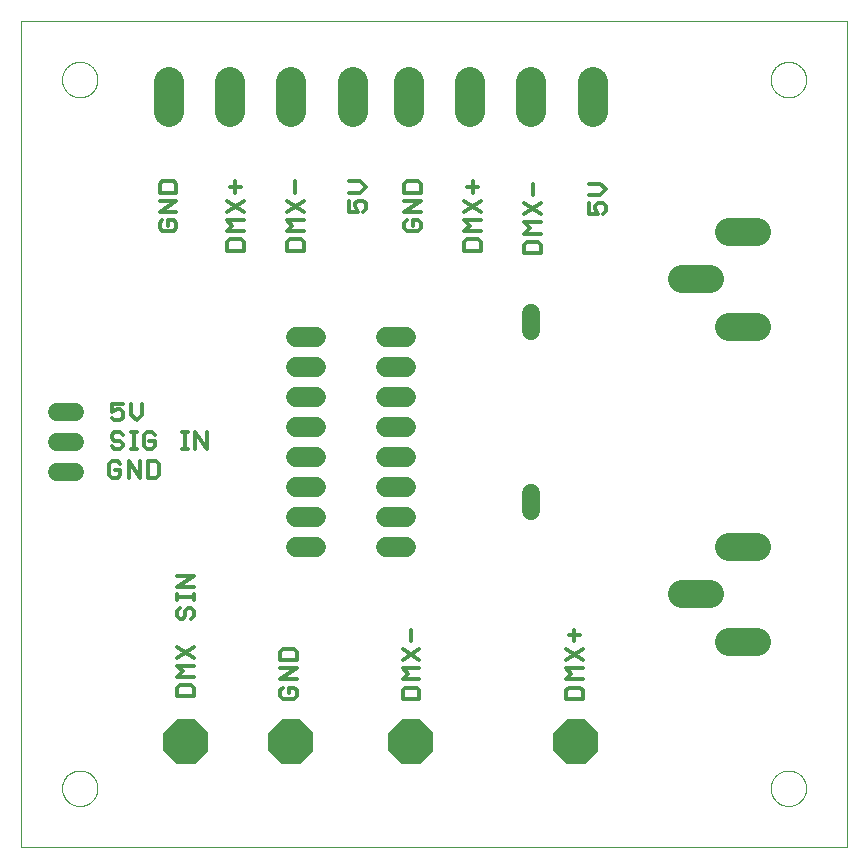
<source format=gtl>
G75*
%MOIN*%
%OFA0B0*%
%FSLAX25Y25*%
%IPPOS*%
%LPD*%
%AMOC8*
5,1,8,0,0,1.08239X$1,22.5*
%
%ADD10C,0.00000*%
%ADD11C,0.01400*%
%ADD12C,0.10000*%
%ADD13C,0.06000*%
%ADD14C,0.09450*%
%ADD15C,0.06600*%
%ADD16OC8,0.15000*%
D10*
X0001000Y0001000D02*
X0001000Y0276591D01*
X0276591Y0276591D01*
X0276591Y0001000D01*
X0001000Y0001000D01*
X0014779Y0020685D02*
X0014781Y0020838D01*
X0014787Y0020992D01*
X0014797Y0021145D01*
X0014811Y0021297D01*
X0014829Y0021450D01*
X0014851Y0021601D01*
X0014876Y0021752D01*
X0014906Y0021903D01*
X0014940Y0022053D01*
X0014977Y0022201D01*
X0015018Y0022349D01*
X0015063Y0022495D01*
X0015112Y0022641D01*
X0015165Y0022785D01*
X0015221Y0022927D01*
X0015281Y0023068D01*
X0015345Y0023208D01*
X0015412Y0023346D01*
X0015483Y0023482D01*
X0015558Y0023616D01*
X0015635Y0023748D01*
X0015717Y0023878D01*
X0015801Y0024006D01*
X0015889Y0024132D01*
X0015980Y0024255D01*
X0016074Y0024376D01*
X0016172Y0024494D01*
X0016272Y0024610D01*
X0016376Y0024723D01*
X0016482Y0024834D01*
X0016591Y0024942D01*
X0016703Y0025047D01*
X0016817Y0025148D01*
X0016935Y0025247D01*
X0017054Y0025343D01*
X0017176Y0025436D01*
X0017301Y0025525D01*
X0017428Y0025612D01*
X0017557Y0025694D01*
X0017688Y0025774D01*
X0017821Y0025850D01*
X0017956Y0025923D01*
X0018093Y0025992D01*
X0018232Y0026057D01*
X0018372Y0026119D01*
X0018514Y0026177D01*
X0018657Y0026232D01*
X0018802Y0026283D01*
X0018948Y0026330D01*
X0019095Y0026373D01*
X0019243Y0026412D01*
X0019392Y0026448D01*
X0019542Y0026479D01*
X0019693Y0026507D01*
X0019844Y0026531D01*
X0019997Y0026551D01*
X0020149Y0026567D01*
X0020302Y0026579D01*
X0020455Y0026587D01*
X0020608Y0026591D01*
X0020762Y0026591D01*
X0020915Y0026587D01*
X0021068Y0026579D01*
X0021221Y0026567D01*
X0021373Y0026551D01*
X0021526Y0026531D01*
X0021677Y0026507D01*
X0021828Y0026479D01*
X0021978Y0026448D01*
X0022127Y0026412D01*
X0022275Y0026373D01*
X0022422Y0026330D01*
X0022568Y0026283D01*
X0022713Y0026232D01*
X0022856Y0026177D01*
X0022998Y0026119D01*
X0023138Y0026057D01*
X0023277Y0025992D01*
X0023414Y0025923D01*
X0023549Y0025850D01*
X0023682Y0025774D01*
X0023813Y0025694D01*
X0023942Y0025612D01*
X0024069Y0025525D01*
X0024194Y0025436D01*
X0024316Y0025343D01*
X0024435Y0025247D01*
X0024553Y0025148D01*
X0024667Y0025047D01*
X0024779Y0024942D01*
X0024888Y0024834D01*
X0024994Y0024723D01*
X0025098Y0024610D01*
X0025198Y0024494D01*
X0025296Y0024376D01*
X0025390Y0024255D01*
X0025481Y0024132D01*
X0025569Y0024006D01*
X0025653Y0023878D01*
X0025735Y0023748D01*
X0025812Y0023616D01*
X0025887Y0023482D01*
X0025958Y0023346D01*
X0026025Y0023208D01*
X0026089Y0023068D01*
X0026149Y0022927D01*
X0026205Y0022785D01*
X0026258Y0022641D01*
X0026307Y0022495D01*
X0026352Y0022349D01*
X0026393Y0022201D01*
X0026430Y0022053D01*
X0026464Y0021903D01*
X0026494Y0021752D01*
X0026519Y0021601D01*
X0026541Y0021450D01*
X0026559Y0021297D01*
X0026573Y0021145D01*
X0026583Y0020992D01*
X0026589Y0020838D01*
X0026591Y0020685D01*
X0026589Y0020532D01*
X0026583Y0020378D01*
X0026573Y0020225D01*
X0026559Y0020073D01*
X0026541Y0019920D01*
X0026519Y0019769D01*
X0026494Y0019618D01*
X0026464Y0019467D01*
X0026430Y0019317D01*
X0026393Y0019169D01*
X0026352Y0019021D01*
X0026307Y0018875D01*
X0026258Y0018729D01*
X0026205Y0018585D01*
X0026149Y0018443D01*
X0026089Y0018302D01*
X0026025Y0018162D01*
X0025958Y0018024D01*
X0025887Y0017888D01*
X0025812Y0017754D01*
X0025735Y0017622D01*
X0025653Y0017492D01*
X0025569Y0017364D01*
X0025481Y0017238D01*
X0025390Y0017115D01*
X0025296Y0016994D01*
X0025198Y0016876D01*
X0025098Y0016760D01*
X0024994Y0016647D01*
X0024888Y0016536D01*
X0024779Y0016428D01*
X0024667Y0016323D01*
X0024553Y0016222D01*
X0024435Y0016123D01*
X0024316Y0016027D01*
X0024194Y0015934D01*
X0024069Y0015845D01*
X0023942Y0015758D01*
X0023813Y0015676D01*
X0023682Y0015596D01*
X0023549Y0015520D01*
X0023414Y0015447D01*
X0023277Y0015378D01*
X0023138Y0015313D01*
X0022998Y0015251D01*
X0022856Y0015193D01*
X0022713Y0015138D01*
X0022568Y0015087D01*
X0022422Y0015040D01*
X0022275Y0014997D01*
X0022127Y0014958D01*
X0021978Y0014922D01*
X0021828Y0014891D01*
X0021677Y0014863D01*
X0021526Y0014839D01*
X0021373Y0014819D01*
X0021221Y0014803D01*
X0021068Y0014791D01*
X0020915Y0014783D01*
X0020762Y0014779D01*
X0020608Y0014779D01*
X0020455Y0014783D01*
X0020302Y0014791D01*
X0020149Y0014803D01*
X0019997Y0014819D01*
X0019844Y0014839D01*
X0019693Y0014863D01*
X0019542Y0014891D01*
X0019392Y0014922D01*
X0019243Y0014958D01*
X0019095Y0014997D01*
X0018948Y0015040D01*
X0018802Y0015087D01*
X0018657Y0015138D01*
X0018514Y0015193D01*
X0018372Y0015251D01*
X0018232Y0015313D01*
X0018093Y0015378D01*
X0017956Y0015447D01*
X0017821Y0015520D01*
X0017688Y0015596D01*
X0017557Y0015676D01*
X0017428Y0015758D01*
X0017301Y0015845D01*
X0017176Y0015934D01*
X0017054Y0016027D01*
X0016935Y0016123D01*
X0016817Y0016222D01*
X0016703Y0016323D01*
X0016591Y0016428D01*
X0016482Y0016536D01*
X0016376Y0016647D01*
X0016272Y0016760D01*
X0016172Y0016876D01*
X0016074Y0016994D01*
X0015980Y0017115D01*
X0015889Y0017238D01*
X0015801Y0017364D01*
X0015717Y0017492D01*
X0015635Y0017622D01*
X0015558Y0017754D01*
X0015483Y0017888D01*
X0015412Y0018024D01*
X0015345Y0018162D01*
X0015281Y0018302D01*
X0015221Y0018443D01*
X0015165Y0018585D01*
X0015112Y0018729D01*
X0015063Y0018875D01*
X0015018Y0019021D01*
X0014977Y0019169D01*
X0014940Y0019317D01*
X0014906Y0019467D01*
X0014876Y0019618D01*
X0014851Y0019769D01*
X0014829Y0019920D01*
X0014811Y0020073D01*
X0014797Y0020225D01*
X0014787Y0020378D01*
X0014781Y0020532D01*
X0014779Y0020685D01*
X0251000Y0020685D02*
X0251002Y0020838D01*
X0251008Y0020992D01*
X0251018Y0021145D01*
X0251032Y0021297D01*
X0251050Y0021450D01*
X0251072Y0021601D01*
X0251097Y0021752D01*
X0251127Y0021903D01*
X0251161Y0022053D01*
X0251198Y0022201D01*
X0251239Y0022349D01*
X0251284Y0022495D01*
X0251333Y0022641D01*
X0251386Y0022785D01*
X0251442Y0022927D01*
X0251502Y0023068D01*
X0251566Y0023208D01*
X0251633Y0023346D01*
X0251704Y0023482D01*
X0251779Y0023616D01*
X0251856Y0023748D01*
X0251938Y0023878D01*
X0252022Y0024006D01*
X0252110Y0024132D01*
X0252201Y0024255D01*
X0252295Y0024376D01*
X0252393Y0024494D01*
X0252493Y0024610D01*
X0252597Y0024723D01*
X0252703Y0024834D01*
X0252812Y0024942D01*
X0252924Y0025047D01*
X0253038Y0025148D01*
X0253156Y0025247D01*
X0253275Y0025343D01*
X0253397Y0025436D01*
X0253522Y0025525D01*
X0253649Y0025612D01*
X0253778Y0025694D01*
X0253909Y0025774D01*
X0254042Y0025850D01*
X0254177Y0025923D01*
X0254314Y0025992D01*
X0254453Y0026057D01*
X0254593Y0026119D01*
X0254735Y0026177D01*
X0254878Y0026232D01*
X0255023Y0026283D01*
X0255169Y0026330D01*
X0255316Y0026373D01*
X0255464Y0026412D01*
X0255613Y0026448D01*
X0255763Y0026479D01*
X0255914Y0026507D01*
X0256065Y0026531D01*
X0256218Y0026551D01*
X0256370Y0026567D01*
X0256523Y0026579D01*
X0256676Y0026587D01*
X0256829Y0026591D01*
X0256983Y0026591D01*
X0257136Y0026587D01*
X0257289Y0026579D01*
X0257442Y0026567D01*
X0257594Y0026551D01*
X0257747Y0026531D01*
X0257898Y0026507D01*
X0258049Y0026479D01*
X0258199Y0026448D01*
X0258348Y0026412D01*
X0258496Y0026373D01*
X0258643Y0026330D01*
X0258789Y0026283D01*
X0258934Y0026232D01*
X0259077Y0026177D01*
X0259219Y0026119D01*
X0259359Y0026057D01*
X0259498Y0025992D01*
X0259635Y0025923D01*
X0259770Y0025850D01*
X0259903Y0025774D01*
X0260034Y0025694D01*
X0260163Y0025612D01*
X0260290Y0025525D01*
X0260415Y0025436D01*
X0260537Y0025343D01*
X0260656Y0025247D01*
X0260774Y0025148D01*
X0260888Y0025047D01*
X0261000Y0024942D01*
X0261109Y0024834D01*
X0261215Y0024723D01*
X0261319Y0024610D01*
X0261419Y0024494D01*
X0261517Y0024376D01*
X0261611Y0024255D01*
X0261702Y0024132D01*
X0261790Y0024006D01*
X0261874Y0023878D01*
X0261956Y0023748D01*
X0262033Y0023616D01*
X0262108Y0023482D01*
X0262179Y0023346D01*
X0262246Y0023208D01*
X0262310Y0023068D01*
X0262370Y0022927D01*
X0262426Y0022785D01*
X0262479Y0022641D01*
X0262528Y0022495D01*
X0262573Y0022349D01*
X0262614Y0022201D01*
X0262651Y0022053D01*
X0262685Y0021903D01*
X0262715Y0021752D01*
X0262740Y0021601D01*
X0262762Y0021450D01*
X0262780Y0021297D01*
X0262794Y0021145D01*
X0262804Y0020992D01*
X0262810Y0020838D01*
X0262812Y0020685D01*
X0262810Y0020532D01*
X0262804Y0020378D01*
X0262794Y0020225D01*
X0262780Y0020073D01*
X0262762Y0019920D01*
X0262740Y0019769D01*
X0262715Y0019618D01*
X0262685Y0019467D01*
X0262651Y0019317D01*
X0262614Y0019169D01*
X0262573Y0019021D01*
X0262528Y0018875D01*
X0262479Y0018729D01*
X0262426Y0018585D01*
X0262370Y0018443D01*
X0262310Y0018302D01*
X0262246Y0018162D01*
X0262179Y0018024D01*
X0262108Y0017888D01*
X0262033Y0017754D01*
X0261956Y0017622D01*
X0261874Y0017492D01*
X0261790Y0017364D01*
X0261702Y0017238D01*
X0261611Y0017115D01*
X0261517Y0016994D01*
X0261419Y0016876D01*
X0261319Y0016760D01*
X0261215Y0016647D01*
X0261109Y0016536D01*
X0261000Y0016428D01*
X0260888Y0016323D01*
X0260774Y0016222D01*
X0260656Y0016123D01*
X0260537Y0016027D01*
X0260415Y0015934D01*
X0260290Y0015845D01*
X0260163Y0015758D01*
X0260034Y0015676D01*
X0259903Y0015596D01*
X0259770Y0015520D01*
X0259635Y0015447D01*
X0259498Y0015378D01*
X0259359Y0015313D01*
X0259219Y0015251D01*
X0259077Y0015193D01*
X0258934Y0015138D01*
X0258789Y0015087D01*
X0258643Y0015040D01*
X0258496Y0014997D01*
X0258348Y0014958D01*
X0258199Y0014922D01*
X0258049Y0014891D01*
X0257898Y0014863D01*
X0257747Y0014839D01*
X0257594Y0014819D01*
X0257442Y0014803D01*
X0257289Y0014791D01*
X0257136Y0014783D01*
X0256983Y0014779D01*
X0256829Y0014779D01*
X0256676Y0014783D01*
X0256523Y0014791D01*
X0256370Y0014803D01*
X0256218Y0014819D01*
X0256065Y0014839D01*
X0255914Y0014863D01*
X0255763Y0014891D01*
X0255613Y0014922D01*
X0255464Y0014958D01*
X0255316Y0014997D01*
X0255169Y0015040D01*
X0255023Y0015087D01*
X0254878Y0015138D01*
X0254735Y0015193D01*
X0254593Y0015251D01*
X0254453Y0015313D01*
X0254314Y0015378D01*
X0254177Y0015447D01*
X0254042Y0015520D01*
X0253909Y0015596D01*
X0253778Y0015676D01*
X0253649Y0015758D01*
X0253522Y0015845D01*
X0253397Y0015934D01*
X0253275Y0016027D01*
X0253156Y0016123D01*
X0253038Y0016222D01*
X0252924Y0016323D01*
X0252812Y0016428D01*
X0252703Y0016536D01*
X0252597Y0016647D01*
X0252493Y0016760D01*
X0252393Y0016876D01*
X0252295Y0016994D01*
X0252201Y0017115D01*
X0252110Y0017238D01*
X0252022Y0017364D01*
X0251938Y0017492D01*
X0251856Y0017622D01*
X0251779Y0017754D01*
X0251704Y0017888D01*
X0251633Y0018024D01*
X0251566Y0018162D01*
X0251502Y0018302D01*
X0251442Y0018443D01*
X0251386Y0018585D01*
X0251333Y0018729D01*
X0251284Y0018875D01*
X0251239Y0019021D01*
X0251198Y0019169D01*
X0251161Y0019317D01*
X0251127Y0019467D01*
X0251097Y0019618D01*
X0251072Y0019769D01*
X0251050Y0019920D01*
X0251032Y0020073D01*
X0251018Y0020225D01*
X0251008Y0020378D01*
X0251002Y0020532D01*
X0251000Y0020685D01*
X0251000Y0256906D02*
X0251002Y0257059D01*
X0251008Y0257213D01*
X0251018Y0257366D01*
X0251032Y0257518D01*
X0251050Y0257671D01*
X0251072Y0257822D01*
X0251097Y0257973D01*
X0251127Y0258124D01*
X0251161Y0258274D01*
X0251198Y0258422D01*
X0251239Y0258570D01*
X0251284Y0258716D01*
X0251333Y0258862D01*
X0251386Y0259006D01*
X0251442Y0259148D01*
X0251502Y0259289D01*
X0251566Y0259429D01*
X0251633Y0259567D01*
X0251704Y0259703D01*
X0251779Y0259837D01*
X0251856Y0259969D01*
X0251938Y0260099D01*
X0252022Y0260227D01*
X0252110Y0260353D01*
X0252201Y0260476D01*
X0252295Y0260597D01*
X0252393Y0260715D01*
X0252493Y0260831D01*
X0252597Y0260944D01*
X0252703Y0261055D01*
X0252812Y0261163D01*
X0252924Y0261268D01*
X0253038Y0261369D01*
X0253156Y0261468D01*
X0253275Y0261564D01*
X0253397Y0261657D01*
X0253522Y0261746D01*
X0253649Y0261833D01*
X0253778Y0261915D01*
X0253909Y0261995D01*
X0254042Y0262071D01*
X0254177Y0262144D01*
X0254314Y0262213D01*
X0254453Y0262278D01*
X0254593Y0262340D01*
X0254735Y0262398D01*
X0254878Y0262453D01*
X0255023Y0262504D01*
X0255169Y0262551D01*
X0255316Y0262594D01*
X0255464Y0262633D01*
X0255613Y0262669D01*
X0255763Y0262700D01*
X0255914Y0262728D01*
X0256065Y0262752D01*
X0256218Y0262772D01*
X0256370Y0262788D01*
X0256523Y0262800D01*
X0256676Y0262808D01*
X0256829Y0262812D01*
X0256983Y0262812D01*
X0257136Y0262808D01*
X0257289Y0262800D01*
X0257442Y0262788D01*
X0257594Y0262772D01*
X0257747Y0262752D01*
X0257898Y0262728D01*
X0258049Y0262700D01*
X0258199Y0262669D01*
X0258348Y0262633D01*
X0258496Y0262594D01*
X0258643Y0262551D01*
X0258789Y0262504D01*
X0258934Y0262453D01*
X0259077Y0262398D01*
X0259219Y0262340D01*
X0259359Y0262278D01*
X0259498Y0262213D01*
X0259635Y0262144D01*
X0259770Y0262071D01*
X0259903Y0261995D01*
X0260034Y0261915D01*
X0260163Y0261833D01*
X0260290Y0261746D01*
X0260415Y0261657D01*
X0260537Y0261564D01*
X0260656Y0261468D01*
X0260774Y0261369D01*
X0260888Y0261268D01*
X0261000Y0261163D01*
X0261109Y0261055D01*
X0261215Y0260944D01*
X0261319Y0260831D01*
X0261419Y0260715D01*
X0261517Y0260597D01*
X0261611Y0260476D01*
X0261702Y0260353D01*
X0261790Y0260227D01*
X0261874Y0260099D01*
X0261956Y0259969D01*
X0262033Y0259837D01*
X0262108Y0259703D01*
X0262179Y0259567D01*
X0262246Y0259429D01*
X0262310Y0259289D01*
X0262370Y0259148D01*
X0262426Y0259006D01*
X0262479Y0258862D01*
X0262528Y0258716D01*
X0262573Y0258570D01*
X0262614Y0258422D01*
X0262651Y0258274D01*
X0262685Y0258124D01*
X0262715Y0257973D01*
X0262740Y0257822D01*
X0262762Y0257671D01*
X0262780Y0257518D01*
X0262794Y0257366D01*
X0262804Y0257213D01*
X0262810Y0257059D01*
X0262812Y0256906D01*
X0262810Y0256753D01*
X0262804Y0256599D01*
X0262794Y0256446D01*
X0262780Y0256294D01*
X0262762Y0256141D01*
X0262740Y0255990D01*
X0262715Y0255839D01*
X0262685Y0255688D01*
X0262651Y0255538D01*
X0262614Y0255390D01*
X0262573Y0255242D01*
X0262528Y0255096D01*
X0262479Y0254950D01*
X0262426Y0254806D01*
X0262370Y0254664D01*
X0262310Y0254523D01*
X0262246Y0254383D01*
X0262179Y0254245D01*
X0262108Y0254109D01*
X0262033Y0253975D01*
X0261956Y0253843D01*
X0261874Y0253713D01*
X0261790Y0253585D01*
X0261702Y0253459D01*
X0261611Y0253336D01*
X0261517Y0253215D01*
X0261419Y0253097D01*
X0261319Y0252981D01*
X0261215Y0252868D01*
X0261109Y0252757D01*
X0261000Y0252649D01*
X0260888Y0252544D01*
X0260774Y0252443D01*
X0260656Y0252344D01*
X0260537Y0252248D01*
X0260415Y0252155D01*
X0260290Y0252066D01*
X0260163Y0251979D01*
X0260034Y0251897D01*
X0259903Y0251817D01*
X0259770Y0251741D01*
X0259635Y0251668D01*
X0259498Y0251599D01*
X0259359Y0251534D01*
X0259219Y0251472D01*
X0259077Y0251414D01*
X0258934Y0251359D01*
X0258789Y0251308D01*
X0258643Y0251261D01*
X0258496Y0251218D01*
X0258348Y0251179D01*
X0258199Y0251143D01*
X0258049Y0251112D01*
X0257898Y0251084D01*
X0257747Y0251060D01*
X0257594Y0251040D01*
X0257442Y0251024D01*
X0257289Y0251012D01*
X0257136Y0251004D01*
X0256983Y0251000D01*
X0256829Y0251000D01*
X0256676Y0251004D01*
X0256523Y0251012D01*
X0256370Y0251024D01*
X0256218Y0251040D01*
X0256065Y0251060D01*
X0255914Y0251084D01*
X0255763Y0251112D01*
X0255613Y0251143D01*
X0255464Y0251179D01*
X0255316Y0251218D01*
X0255169Y0251261D01*
X0255023Y0251308D01*
X0254878Y0251359D01*
X0254735Y0251414D01*
X0254593Y0251472D01*
X0254453Y0251534D01*
X0254314Y0251599D01*
X0254177Y0251668D01*
X0254042Y0251741D01*
X0253909Y0251817D01*
X0253778Y0251897D01*
X0253649Y0251979D01*
X0253522Y0252066D01*
X0253397Y0252155D01*
X0253275Y0252248D01*
X0253156Y0252344D01*
X0253038Y0252443D01*
X0252924Y0252544D01*
X0252812Y0252649D01*
X0252703Y0252757D01*
X0252597Y0252868D01*
X0252493Y0252981D01*
X0252393Y0253097D01*
X0252295Y0253215D01*
X0252201Y0253336D01*
X0252110Y0253459D01*
X0252022Y0253585D01*
X0251938Y0253713D01*
X0251856Y0253843D01*
X0251779Y0253975D01*
X0251704Y0254109D01*
X0251633Y0254245D01*
X0251566Y0254383D01*
X0251502Y0254523D01*
X0251442Y0254664D01*
X0251386Y0254806D01*
X0251333Y0254950D01*
X0251284Y0255096D01*
X0251239Y0255242D01*
X0251198Y0255390D01*
X0251161Y0255538D01*
X0251127Y0255688D01*
X0251097Y0255839D01*
X0251072Y0255990D01*
X0251050Y0256141D01*
X0251032Y0256294D01*
X0251018Y0256446D01*
X0251008Y0256599D01*
X0251002Y0256753D01*
X0251000Y0256906D01*
X0014779Y0256906D02*
X0014781Y0257059D01*
X0014787Y0257213D01*
X0014797Y0257366D01*
X0014811Y0257518D01*
X0014829Y0257671D01*
X0014851Y0257822D01*
X0014876Y0257973D01*
X0014906Y0258124D01*
X0014940Y0258274D01*
X0014977Y0258422D01*
X0015018Y0258570D01*
X0015063Y0258716D01*
X0015112Y0258862D01*
X0015165Y0259006D01*
X0015221Y0259148D01*
X0015281Y0259289D01*
X0015345Y0259429D01*
X0015412Y0259567D01*
X0015483Y0259703D01*
X0015558Y0259837D01*
X0015635Y0259969D01*
X0015717Y0260099D01*
X0015801Y0260227D01*
X0015889Y0260353D01*
X0015980Y0260476D01*
X0016074Y0260597D01*
X0016172Y0260715D01*
X0016272Y0260831D01*
X0016376Y0260944D01*
X0016482Y0261055D01*
X0016591Y0261163D01*
X0016703Y0261268D01*
X0016817Y0261369D01*
X0016935Y0261468D01*
X0017054Y0261564D01*
X0017176Y0261657D01*
X0017301Y0261746D01*
X0017428Y0261833D01*
X0017557Y0261915D01*
X0017688Y0261995D01*
X0017821Y0262071D01*
X0017956Y0262144D01*
X0018093Y0262213D01*
X0018232Y0262278D01*
X0018372Y0262340D01*
X0018514Y0262398D01*
X0018657Y0262453D01*
X0018802Y0262504D01*
X0018948Y0262551D01*
X0019095Y0262594D01*
X0019243Y0262633D01*
X0019392Y0262669D01*
X0019542Y0262700D01*
X0019693Y0262728D01*
X0019844Y0262752D01*
X0019997Y0262772D01*
X0020149Y0262788D01*
X0020302Y0262800D01*
X0020455Y0262808D01*
X0020608Y0262812D01*
X0020762Y0262812D01*
X0020915Y0262808D01*
X0021068Y0262800D01*
X0021221Y0262788D01*
X0021373Y0262772D01*
X0021526Y0262752D01*
X0021677Y0262728D01*
X0021828Y0262700D01*
X0021978Y0262669D01*
X0022127Y0262633D01*
X0022275Y0262594D01*
X0022422Y0262551D01*
X0022568Y0262504D01*
X0022713Y0262453D01*
X0022856Y0262398D01*
X0022998Y0262340D01*
X0023138Y0262278D01*
X0023277Y0262213D01*
X0023414Y0262144D01*
X0023549Y0262071D01*
X0023682Y0261995D01*
X0023813Y0261915D01*
X0023942Y0261833D01*
X0024069Y0261746D01*
X0024194Y0261657D01*
X0024316Y0261564D01*
X0024435Y0261468D01*
X0024553Y0261369D01*
X0024667Y0261268D01*
X0024779Y0261163D01*
X0024888Y0261055D01*
X0024994Y0260944D01*
X0025098Y0260831D01*
X0025198Y0260715D01*
X0025296Y0260597D01*
X0025390Y0260476D01*
X0025481Y0260353D01*
X0025569Y0260227D01*
X0025653Y0260099D01*
X0025735Y0259969D01*
X0025812Y0259837D01*
X0025887Y0259703D01*
X0025958Y0259567D01*
X0026025Y0259429D01*
X0026089Y0259289D01*
X0026149Y0259148D01*
X0026205Y0259006D01*
X0026258Y0258862D01*
X0026307Y0258716D01*
X0026352Y0258570D01*
X0026393Y0258422D01*
X0026430Y0258274D01*
X0026464Y0258124D01*
X0026494Y0257973D01*
X0026519Y0257822D01*
X0026541Y0257671D01*
X0026559Y0257518D01*
X0026573Y0257366D01*
X0026583Y0257213D01*
X0026589Y0257059D01*
X0026591Y0256906D01*
X0026589Y0256753D01*
X0026583Y0256599D01*
X0026573Y0256446D01*
X0026559Y0256294D01*
X0026541Y0256141D01*
X0026519Y0255990D01*
X0026494Y0255839D01*
X0026464Y0255688D01*
X0026430Y0255538D01*
X0026393Y0255390D01*
X0026352Y0255242D01*
X0026307Y0255096D01*
X0026258Y0254950D01*
X0026205Y0254806D01*
X0026149Y0254664D01*
X0026089Y0254523D01*
X0026025Y0254383D01*
X0025958Y0254245D01*
X0025887Y0254109D01*
X0025812Y0253975D01*
X0025735Y0253843D01*
X0025653Y0253713D01*
X0025569Y0253585D01*
X0025481Y0253459D01*
X0025390Y0253336D01*
X0025296Y0253215D01*
X0025198Y0253097D01*
X0025098Y0252981D01*
X0024994Y0252868D01*
X0024888Y0252757D01*
X0024779Y0252649D01*
X0024667Y0252544D01*
X0024553Y0252443D01*
X0024435Y0252344D01*
X0024316Y0252248D01*
X0024194Y0252155D01*
X0024069Y0252066D01*
X0023942Y0251979D01*
X0023813Y0251897D01*
X0023682Y0251817D01*
X0023549Y0251741D01*
X0023414Y0251668D01*
X0023277Y0251599D01*
X0023138Y0251534D01*
X0022998Y0251472D01*
X0022856Y0251414D01*
X0022713Y0251359D01*
X0022568Y0251308D01*
X0022422Y0251261D01*
X0022275Y0251218D01*
X0022127Y0251179D01*
X0021978Y0251143D01*
X0021828Y0251112D01*
X0021677Y0251084D01*
X0021526Y0251060D01*
X0021373Y0251040D01*
X0021221Y0251024D01*
X0021068Y0251012D01*
X0020915Y0251004D01*
X0020762Y0251000D01*
X0020608Y0251000D01*
X0020455Y0251004D01*
X0020302Y0251012D01*
X0020149Y0251024D01*
X0019997Y0251040D01*
X0019844Y0251060D01*
X0019693Y0251084D01*
X0019542Y0251112D01*
X0019392Y0251143D01*
X0019243Y0251179D01*
X0019095Y0251218D01*
X0018948Y0251261D01*
X0018802Y0251308D01*
X0018657Y0251359D01*
X0018514Y0251414D01*
X0018372Y0251472D01*
X0018232Y0251534D01*
X0018093Y0251599D01*
X0017956Y0251668D01*
X0017821Y0251741D01*
X0017688Y0251817D01*
X0017557Y0251897D01*
X0017428Y0251979D01*
X0017301Y0252066D01*
X0017176Y0252155D01*
X0017054Y0252248D01*
X0016935Y0252344D01*
X0016817Y0252443D01*
X0016703Y0252544D01*
X0016591Y0252649D01*
X0016482Y0252757D01*
X0016376Y0252868D01*
X0016272Y0252981D01*
X0016172Y0253097D01*
X0016074Y0253215D01*
X0015980Y0253336D01*
X0015889Y0253459D01*
X0015801Y0253585D01*
X0015717Y0253713D01*
X0015635Y0253843D01*
X0015558Y0253975D01*
X0015483Y0254109D01*
X0015412Y0254245D01*
X0015345Y0254383D01*
X0015281Y0254523D01*
X0015221Y0254664D01*
X0015165Y0254806D01*
X0015112Y0254950D01*
X0015063Y0255096D01*
X0015018Y0255242D01*
X0014977Y0255390D01*
X0014940Y0255538D01*
X0014906Y0255688D01*
X0014876Y0255839D01*
X0014851Y0255990D01*
X0014829Y0256141D01*
X0014811Y0256294D01*
X0014797Y0256446D01*
X0014787Y0256599D01*
X0014781Y0256753D01*
X0014779Y0256906D01*
D11*
X0048229Y0222991D02*
X0047295Y0222057D01*
X0047295Y0219254D01*
X0052900Y0219254D01*
X0052900Y0222057D01*
X0051966Y0222991D01*
X0048229Y0222991D01*
X0047295Y0216545D02*
X0052900Y0216545D01*
X0047295Y0212809D01*
X0052900Y0212809D01*
X0051966Y0210100D02*
X0050098Y0210100D01*
X0050098Y0208232D01*
X0051966Y0210100D02*
X0052900Y0209166D01*
X0052900Y0207298D01*
X0051966Y0206363D01*
X0048229Y0206363D01*
X0047295Y0207298D01*
X0047295Y0209166D01*
X0048229Y0210100D01*
X0069695Y0210100D02*
X0075300Y0210100D01*
X0075300Y0212809D02*
X0069695Y0216545D01*
X0072498Y0219254D02*
X0072498Y0222991D01*
X0074366Y0221123D02*
X0070629Y0221123D01*
X0075300Y0216545D02*
X0069695Y0212809D01*
X0069695Y0210100D02*
X0071563Y0208232D01*
X0069695Y0206363D01*
X0075300Y0206363D01*
X0074366Y0203654D02*
X0070629Y0203654D01*
X0069695Y0202720D01*
X0069695Y0199918D01*
X0075300Y0199918D01*
X0075300Y0202720D01*
X0074366Y0203654D01*
X0089695Y0202720D02*
X0089695Y0199918D01*
X0095300Y0199918D01*
X0095300Y0202720D01*
X0094366Y0203654D01*
X0090629Y0203654D01*
X0089695Y0202720D01*
X0089695Y0206363D02*
X0091563Y0208232D01*
X0089695Y0210100D01*
X0095300Y0210100D01*
X0095300Y0212809D02*
X0089695Y0216545D01*
X0092498Y0219254D02*
X0092498Y0222991D01*
X0095300Y0216545D02*
X0089695Y0212809D01*
X0089695Y0206363D02*
X0095300Y0206363D01*
X0110495Y0212809D02*
X0113298Y0212809D01*
X0112363Y0214677D01*
X0112363Y0215611D01*
X0113298Y0216546D01*
X0115166Y0216546D01*
X0116100Y0215611D01*
X0116100Y0213743D01*
X0115166Y0212809D01*
X0110495Y0212809D02*
X0110495Y0216546D01*
X0110495Y0219254D02*
X0114232Y0219254D01*
X0116100Y0221123D01*
X0114232Y0222991D01*
X0110495Y0222991D01*
X0128895Y0222057D02*
X0128895Y0219254D01*
X0134500Y0219254D01*
X0134500Y0222057D01*
X0133566Y0222991D01*
X0129829Y0222991D01*
X0128895Y0222057D01*
X0128895Y0216545D02*
X0134500Y0216545D01*
X0128895Y0212809D01*
X0134500Y0212809D01*
X0133566Y0210100D02*
X0131698Y0210100D01*
X0131698Y0208232D01*
X0133566Y0210100D02*
X0134500Y0209166D01*
X0134500Y0207298D01*
X0133566Y0206363D01*
X0129829Y0206363D01*
X0128895Y0207298D01*
X0128895Y0209166D01*
X0129829Y0210100D01*
X0148895Y0210100D02*
X0154500Y0210100D01*
X0154500Y0212809D02*
X0148895Y0216545D01*
X0151698Y0219254D02*
X0151698Y0222991D01*
X0153566Y0221123D02*
X0149829Y0221123D01*
X0154500Y0216545D02*
X0148895Y0212809D01*
X0148895Y0210100D02*
X0150763Y0208232D01*
X0148895Y0206363D01*
X0154500Y0206363D01*
X0153566Y0203654D02*
X0149829Y0203654D01*
X0148895Y0202720D01*
X0148895Y0199918D01*
X0154500Y0199918D01*
X0154500Y0202720D01*
X0153566Y0203654D01*
X0168895Y0201920D02*
X0168895Y0199118D01*
X0174500Y0199118D01*
X0174500Y0201920D01*
X0173566Y0202854D01*
X0169829Y0202854D01*
X0168895Y0201920D01*
X0168895Y0205563D02*
X0170763Y0207432D01*
X0168895Y0209300D01*
X0174500Y0209300D01*
X0174500Y0212009D02*
X0168895Y0215745D01*
X0168895Y0212009D02*
X0174500Y0215745D01*
X0171698Y0218454D02*
X0171698Y0222191D01*
X0174500Y0205563D02*
X0168895Y0205563D01*
X0190495Y0212009D02*
X0193298Y0212009D01*
X0192363Y0213877D01*
X0192363Y0214811D01*
X0193298Y0215746D01*
X0195166Y0215746D01*
X0196100Y0214811D01*
X0196100Y0212943D01*
X0195166Y0212009D01*
X0190495Y0212009D02*
X0190495Y0215746D01*
X0190495Y0218454D02*
X0194232Y0218454D01*
X0196100Y0220323D01*
X0194232Y0222191D01*
X0190495Y0222191D01*
X0062967Y0139305D02*
X0062967Y0133700D01*
X0059230Y0139305D01*
X0059230Y0133700D01*
X0056802Y0133700D02*
X0054933Y0133700D01*
X0055868Y0133700D02*
X0055868Y0139305D01*
X0056802Y0139305D02*
X0054933Y0139305D01*
X0045779Y0138371D02*
X0044845Y0139305D01*
X0042977Y0139305D01*
X0042042Y0138371D01*
X0042042Y0134634D01*
X0042977Y0133700D01*
X0044845Y0133700D01*
X0045779Y0134634D01*
X0045779Y0136502D01*
X0043911Y0136502D01*
X0039614Y0133700D02*
X0037745Y0133700D01*
X0038680Y0133700D02*
X0038680Y0139305D01*
X0039614Y0139305D02*
X0037745Y0139305D01*
X0035037Y0138371D02*
X0034102Y0139305D01*
X0032234Y0139305D01*
X0031300Y0138371D01*
X0031300Y0137437D01*
X0032234Y0136502D01*
X0034102Y0136502D01*
X0035037Y0135568D01*
X0035037Y0134634D01*
X0034102Y0133700D01*
X0032234Y0133700D01*
X0031300Y0134634D01*
X0031434Y0129705D02*
X0030500Y0128771D01*
X0030500Y0125034D01*
X0031434Y0124100D01*
X0033302Y0124100D01*
X0034237Y0125034D01*
X0034237Y0126902D01*
X0032368Y0126902D01*
X0034237Y0128771D02*
X0033302Y0129705D01*
X0031434Y0129705D01*
X0036945Y0129705D02*
X0036945Y0124100D01*
X0040682Y0124100D02*
X0040682Y0129705D01*
X0043391Y0129705D02*
X0046193Y0129705D01*
X0047128Y0128771D01*
X0047128Y0125034D01*
X0046193Y0124100D01*
X0043391Y0124100D01*
X0043391Y0129705D01*
X0040682Y0124100D02*
X0036945Y0129705D01*
X0039614Y0143300D02*
X0041482Y0145168D01*
X0041482Y0148905D01*
X0037745Y0148905D02*
X0037745Y0145168D01*
X0039614Y0143300D01*
X0035037Y0144234D02*
X0034102Y0143300D01*
X0032234Y0143300D01*
X0031300Y0144234D01*
X0031300Y0146102D02*
X0033168Y0147037D01*
X0034102Y0147037D01*
X0035037Y0146102D01*
X0035037Y0144234D01*
X0031300Y0146102D02*
X0031300Y0148905D01*
X0035037Y0148905D01*
X0053095Y0091561D02*
X0058700Y0091561D01*
X0053095Y0087824D01*
X0058700Y0087824D01*
X0058700Y0085396D02*
X0058700Y0083527D01*
X0058700Y0084462D02*
X0053095Y0084462D01*
X0053095Y0085396D02*
X0053095Y0083527D01*
X0054029Y0080819D02*
X0053095Y0079884D01*
X0053095Y0078016D01*
X0054029Y0077082D01*
X0054963Y0077082D01*
X0055898Y0078016D01*
X0055898Y0079884D01*
X0056832Y0080819D01*
X0057766Y0080819D01*
X0058700Y0079884D01*
X0058700Y0078016D01*
X0057766Y0077082D01*
X0058700Y0067928D02*
X0053095Y0064191D01*
X0053095Y0061482D02*
X0058700Y0061482D01*
X0058700Y0064191D02*
X0053095Y0067928D01*
X0053095Y0061482D02*
X0054963Y0059614D01*
X0053095Y0057745D01*
X0058700Y0057745D01*
X0057766Y0055037D02*
X0054029Y0055037D01*
X0053095Y0054102D01*
X0053095Y0051300D01*
X0058700Y0051300D01*
X0058700Y0054102D01*
X0057766Y0055037D01*
X0087495Y0053302D02*
X0087495Y0051434D01*
X0088429Y0050500D01*
X0092166Y0050500D01*
X0093100Y0051434D01*
X0093100Y0053302D01*
X0092166Y0054237D01*
X0090298Y0054237D01*
X0090298Y0052368D01*
X0088429Y0054237D02*
X0087495Y0053302D01*
X0087495Y0056945D02*
X0093100Y0060682D01*
X0087495Y0060682D01*
X0087495Y0063391D02*
X0087495Y0066193D01*
X0088429Y0067128D01*
X0092166Y0067128D01*
X0093100Y0066193D01*
X0093100Y0063391D01*
X0087495Y0063391D01*
X0087495Y0056945D02*
X0093100Y0056945D01*
X0128295Y0056945D02*
X0130163Y0058814D01*
X0128295Y0060682D01*
X0133900Y0060682D01*
X0133900Y0063391D02*
X0128295Y0067128D01*
X0131098Y0069836D02*
X0131098Y0073573D01*
X0133900Y0067128D02*
X0128295Y0063391D01*
X0128295Y0056945D02*
X0133900Y0056945D01*
X0132966Y0054237D02*
X0129229Y0054237D01*
X0128295Y0053302D01*
X0128295Y0050500D01*
X0133900Y0050500D01*
X0133900Y0053302D01*
X0132966Y0054237D01*
X0182695Y0053302D02*
X0182695Y0050500D01*
X0188300Y0050500D01*
X0188300Y0053302D01*
X0187366Y0054237D01*
X0183629Y0054237D01*
X0182695Y0053302D01*
X0182695Y0056945D02*
X0184563Y0058814D01*
X0182695Y0060682D01*
X0188300Y0060682D01*
X0188300Y0063391D02*
X0182695Y0067128D01*
X0185498Y0069836D02*
X0185498Y0073573D01*
X0187366Y0071705D02*
X0183629Y0071705D01*
X0188300Y0067128D02*
X0182695Y0063391D01*
X0182695Y0056945D02*
X0188300Y0056945D01*
D12*
X0191709Y0246000D02*
X0191709Y0256000D01*
X0171236Y0256000D02*
X0171236Y0246000D01*
X0150764Y0246000D02*
X0150764Y0256000D01*
X0130291Y0256000D02*
X0130291Y0246000D01*
X0111709Y0246000D02*
X0111709Y0256000D01*
X0091236Y0256000D02*
X0091236Y0246000D01*
X0070764Y0246000D02*
X0070764Y0256000D01*
X0050291Y0256000D02*
X0050291Y0246000D01*
D13*
X0019000Y0146000D02*
X0013000Y0146000D01*
X0013000Y0136000D02*
X0019000Y0136000D01*
X0019000Y0126000D02*
X0013000Y0126000D01*
X0171000Y0119000D02*
X0171000Y0113000D01*
X0171000Y0173000D02*
X0171000Y0179000D01*
D14*
X0221275Y0190300D02*
X0230725Y0190300D01*
X0237075Y0174600D02*
X0246525Y0174600D01*
X0246525Y0206000D02*
X0237075Y0206000D01*
X0237075Y0101000D02*
X0246525Y0101000D01*
X0230725Y0085300D02*
X0221275Y0085300D01*
X0237075Y0069600D02*
X0246525Y0069600D01*
D15*
X0129300Y0101000D02*
X0122700Y0101000D01*
X0122700Y0111000D02*
X0129300Y0111000D01*
X0129300Y0121000D02*
X0122700Y0121000D01*
X0122700Y0131000D02*
X0129300Y0131000D01*
X0129300Y0141000D02*
X0122700Y0141000D01*
X0122700Y0151000D02*
X0129300Y0151000D01*
X0129300Y0161000D02*
X0122700Y0161000D01*
X0122700Y0171000D02*
X0129300Y0171000D01*
X0099300Y0171000D02*
X0092700Y0171000D01*
X0092700Y0161000D02*
X0099300Y0161000D01*
X0099300Y0151000D02*
X0092700Y0151000D01*
X0092700Y0141000D02*
X0099300Y0141000D01*
X0099300Y0131000D02*
X0092700Y0131000D01*
X0092700Y0121000D02*
X0099300Y0121000D01*
X0099300Y0111000D02*
X0092700Y0111000D01*
X0092700Y0101000D02*
X0099300Y0101000D01*
D16*
X0091000Y0036000D03*
X0056000Y0036000D03*
X0131000Y0036000D03*
X0186000Y0036000D03*
M02*

</source>
